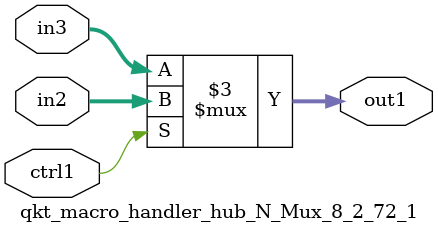
<source format=v>

`timescale 1ps / 1ps


module qkt_macro_handler_hub_N_Mux_8_2_72_1( in3, in2, ctrl1, out1 );

    input [7:0] in3;
    input [7:0] in2;
    input ctrl1;
    output [7:0] out1;
    reg [7:0] out1;

    
    // rtl_process:qkt_macro_handler_hub_N_Mux_8_2_72_1/qkt_macro_handler_hub_N_Mux_8_2_72_1_thread_1
    always @*
      begin : qkt_macro_handler_hub_N_Mux_8_2_72_1_thread_1
        case (ctrl1) 
          1'b1: 
            begin
              out1 = in2;
            end
          default: 
            begin
              out1 = in3;
            end
        endcase
      end

endmodule



</source>
